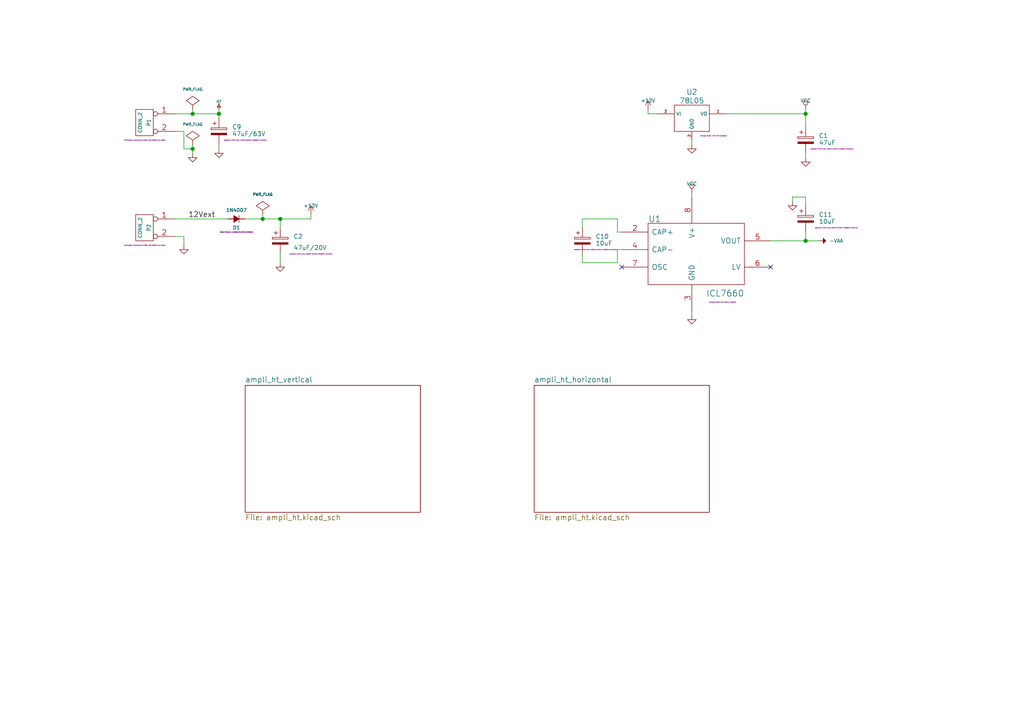
<source format=kicad_sch>
(kicad_sch (version 20220404) (generator eeschema)
  (paper "A4")
  (title_block (title "Complex hierarchy: demo") (date "2017-01-15"))
  (lib_symbols
    (symbol "complex_hierarchy_schlib:+12V" (power) (pin_names (offset 0))
      (property "Value" "+12V" (at 0 3.556 0))
      (symbol "+12V_0_1"
        (polyline (pts (xy -0.762 1.27) (xy 0 2.54)))
        (polyline (pts (xy 0 0) (xy 0 2.54)))
        (polyline (pts (xy 0 2.54) (xy 0.762 1.27)))
      )
      (symbol "+12V_1_1"
        (pin power_in line (at 0 0 90) (length 0) hide (name "+12V") (number "1"))
      )
    )
    (symbol "complex_hierarchy_schlib:-VAA" (power) (pin_names (offset 0))
      (property "Value" "-VAA" (at 0 2.54 0))
      (symbol "-VAA_0_0"
        (pin power_in line (at 0 0 90) (length 0) hide (name "-VAA") (number "1"))
      )
      (symbol "-VAA_0_1"
        (polyline (pts (xy 0 0) (xy 0 1.27) (xy 0 1.27)))
        (polyline (pts (xy 0 2.032) (xy 0.762 1.27) (xy -0.508 1.27) (xy -0.762 1.27) (xy 0 2.032) (xy 0 2.032) (xy 0 2.032)) (fill (type outline)))
      )
    )
    (symbol "complex_hierarchy_schlib:7805"
      (property "Reference" "U" (at 3.81 -4.9784 0))
      (property "Value" "7805" (at 0 5.08 0))
      (symbol "7805_0_1"
        (rectangle (start -5.08 -3.81) (end 5.08 3.81))
      )
      (symbol "7805_1_1"
        (pin power_out line (at 10.16 1.27 180) (length 5.08) (name "VO") (number "1"))
        (pin input line (at 0 -6.35 90) (length 2.54) (name "GND") (number "2"))
        (pin input line (at -10.16 1.27 0) (length 5.08) (name "VI") (number "3"))
      )
    )
    (symbol "complex_hierarchy_schlib:CONN_2" (pin_names (offset 1.016) hide)
      (property "Reference" "P" (at -1.27 0 90))
      (property "Value" "CONN_2" (at 1.27 0 90))
      (symbol "CONN_2_0_1"
        (rectangle (start -2.54 3.81) (end 2.54 -3.81))
      )
      (symbol "CONN_2_1_1"
        (pin passive inverted (at -8.89 2.54 0) (length 6.35) (name "P1") (number "1"))
        (pin passive inverted (at -8.89 -2.54 0) (length 6.35) (name "PM") (number "2"))
      )
    )
    (symbol "complex_hierarchy_schlib:CP" (pin_numbers hide) (pin_names (offset 0.254))
      (property "Reference" "C" (at 0.635 2.54 0))
      (property "Value" "CP" (at 0.635 -2.54 0))
      (symbol "CP_0_1"
        (rectangle (start -2.286 0.508) (end -2.286 1.016))
        (rectangle (start -2.286 0.508) (end 2.286 0.508))
        (rectangle (start -1.778 2.286) (end -0.762 2.286))
        (rectangle (start -1.27 1.778) (end -1.27 2.794))
        (rectangle (start 2.286 -0.508) (end -2.286 -1.016) (fill (type outline)))
        (rectangle (start 2.286 1.016) (end -2.286 1.016))
        (rectangle (start 2.286 1.016) (end 2.286 0.508))
      )
      (symbol "CP_1_1"
        (pin passive line (at 0 3.81 270) (length 2.794) (name "~") (number "1"))
        (pin passive line (at 0 -3.81 90) (length 2.794) (name "~") (number "2"))
      )
    )
    (symbol "complex_hierarchy_schlib:D_Small" (pin_numbers hide) (pin_names (offset 0.254) hide)
      (property "Reference" "D" (at -1.27 2.032 0))
      (property "Value" "D_Small" (at -3.81 -2.032 0))
      (symbol "D_Small_0_1"
        (polyline (pts (xy -0.762 -1.016) (xy -0.762 1.016)))
        (polyline (pts (xy 0.762 -1.016) (xy -0.762 0) (xy 0.762 1.016) (xy 0.762 -1.016)) (fill (type outline)))
      )
      (symbol "D_Small_1_1"
        (pin passive line (at -2.54 0 0) (length 1.778) (name "K") (number "1"))
        (pin passive line (at 2.54 0 180) (length 1.778) (name "A") (number "2"))
      )
    )
    (symbol "complex_hierarchy_schlib:GND" (power) (pin_names (offset 0))
      (property "Value" "GND" (at 0 -3.1242 0))
      (symbol "GND_0_1"
        (polyline (pts (xy 0 0) (xy 0 -1.27) (xy 1.27 -1.27) (xy 0 -2.54) (xy -1.27 -1.27) (xy 0 -1.27)))
      )
      (symbol "GND_1_1"
        (pin power_in line (at 0 0 270) (length 0) hide (name "GND") (number "1"))
      )
    )
    (symbol "complex_hierarchy_schlib:HT" (power) (pin_names (offset 0))
      (property "Value" "HT" (at 0 2.286 0))
      (symbol "HT_0_0"
        (pin power_in line (at 0 0 90) (length 0) hide (name "HT") (number "1"))
      )
      (symbol "HT_0_1"
        (polyline (pts (xy 0 0) (xy 0 1.016) (xy 0 1.016)))
        (polyline (pts (xy 0 1.016) (xy 0.508 0.508) (xy 0 1.778) (xy -0.508 0.508) (xy 0 1.016) (xy 0 1.016)))
      )
    )
    (symbol "complex_hierarchy_schlib:ICL7660" (pin_names (offset 1.016))
      (property "Reference" "U" (at 5.08 10.16 0))
      (property "Value" "ICL7660" (at 1.27 -11.43 0))
      (symbol "ICL7660_0_1"
        (rectangle (start -13.97 -8.89) (end 13.97 8.89))
      )
      (symbol "ICL7660_1_1"
        (pin input line (at -21.59 6.35 0) (length 7.62) (name "CAP+") (number "2"))
        (pin power_in line (at -1.27 -16.51 90) (length 7.62) (name "GND") (number "3"))
        (pin input line (at -21.59 1.27 0) (length 7.62) (name "CAP-") (number "4"))
        (pin power_out line (at 21.59 3.81 180) (length 7.62) (name "VOUT") (number "5"))
        (pin input line (at 21.59 -3.81 180) (length 7.62) (name "LV") (number "6"))
        (pin input line (at -21.59 -3.81 0) (length 7.62) (name "OSC") (number "7"))
        (pin power_in line (at -1.27 16.51 270) (length 7.62) (name "V+") (number "8"))
      )
    )
    (symbol "complex_hierarchy_schlib:PWR_FLAG" (power) (pin_numbers hide) (pin_names (offset 0) hide)
      (property "Value" "PWR_FLAG" (at 0 4.572 0))
      (symbol "PWR_FLAG_0_0"
        (pin power_out line (at 0 0 90) (length 0) (name "pwr") (number "1"))
      )
      (symbol "PWR_FLAG_0_1"
        (polyline (pts (xy 0 0) (xy 0 1.27) (xy -1.905 2.54) (xy 0 3.81) (xy 1.905 2.54) (xy 0 1.27)))
      )
    )
    (symbol "complex_hierarchy_schlib:VCC" (power) (pin_names (offset 0))
      (property "Value" "VCC" (at 0 3.81 0))
      (symbol "VCC_0_1"
        (polyline (pts (xy 0 0) (xy 0 1.27)))
        (circle (center 0 1.905) (radius 0.635))
      )
      (symbol "VCC_1_1"
        (pin power_in line (at 0 0 90) (length 0) hide (name "VCC") (number "1"))
      )
    )
  )
  (junction (at 55.88 33.02) (diameter 1.016))
  (junction (at 81.28 63.5) (diameter 1.016))
  (junction (at 233.68 33.02) (diameter 1.016))
  (junction (at 233.68 69.85) (diameter 1.016))
  (junction (at 55.88 43.18) (diameter 1.016))
  (junction (at 63.5 33.02) (diameter 1.016))
  (junction (at 76.2 63.5) (diameter 1.016))
  (no_connect (at 223.52 77.47))
  (no_connect (at 180.34 77.47))
  (wire (pts (xy 229.87 58.42) (xy 229.87 57.15)))
  (wire (pts (xy 223.52 69.85) (xy 233.68 69.85)))
  (wire (pts (xy 233.68 59.69) (xy 233.68 57.15)))
  (wire (pts (xy 168.91 66.04) (xy 168.91 63.5)))
  (wire (pts (xy 233.68 67.31) (xy 233.68 69.85)))
  (wire (pts (xy 76.2 63.5) (xy 76.2 62.23)))
  (wire (pts (xy 53.34 68.58) (xy 50.8 68.58)))
  (wire (pts (xy 179.07 72.39) (xy 180.34 72.39)))
  (wire (pts (xy 53.34 38.1) (xy 53.34 43.18)))
  (wire (pts (xy 168.91 63.5) (xy 179.07 63.5)))
  (wire (pts (xy 90.17 62.23) (xy 90.17 63.5)))
  (wire (pts (xy 81.28 73.66) (xy 81.28 76.2)))
  (wire (pts (xy 71.12 63.5) (xy 76.2 63.5)))
  (wire (pts (xy 187.96 33.02) (xy 190.5 33.02)))
  (wire (pts (xy 63.5 33.02) (xy 63.5 34.29)))
  (wire (pts (xy 179.07 67.31) (xy 180.34 67.31)))
  (wire (pts (xy 168.91 73.66) (xy 168.91 76.2)))
  (wire (pts (xy 50.8 38.1) (xy 53.34 38.1)))
  (wire (pts (xy 179.07 76.2) (xy 179.07 72.39)))
  (wire (pts (xy 53.34 43.18) (xy 55.88 43.18)))
  (wire (pts (xy 179.07 63.5) (xy 179.07 67.31)))
  (wire (pts (xy 233.68 44.45) (xy 233.68 45.72)))
  (wire (pts (xy 55.88 41.91) (xy 55.88 43.18)))
  (wire (pts (xy 200.66 55.88) (xy 200.66 57.15)))
  (wire (pts (xy 50.8 63.5) (xy 66.04 63.5)))
  (wire (pts (xy 55.88 31.75) (xy 55.88 33.02)))
  (wire (pts (xy 233.68 69.85) (xy 237.49 69.85)))
  (wire (pts (xy 76.2 63.5) (xy 81.28 63.5)))
  (wire (pts (xy 81.28 63.5) (xy 81.28 66.04)))
  (wire (pts (xy 81.28 63.5) (xy 90.17 63.5)))
  (wire (pts (xy 229.87 57.15) (xy 233.68 57.15)))
  (wire (pts (xy 63.5 41.91) (xy 63.5 43.18)))
  (wire (pts (xy 55.88 43.18) (xy 55.88 44.45)))
  (wire (pts (xy 55.88 33.02) (xy 63.5 33.02)))
  (wire (pts (xy 168.91 76.2) (xy 179.07 76.2)))
  (wire (pts (xy 200.66 91.44) (xy 200.66 90.17)))
  (wire (pts (xy 200.66 41.91) (xy 200.66 40.64)))
  (wire (pts (xy 210.82 33.02) (xy 233.68 33.02)))
  (wire (pts (xy 50.8 33.02) (xy 55.88 33.02)))
  (wire (pts (xy 187.96 31.75) (xy 187.96 33.02)))
  (wire (pts (xy 63.5 31.75) (xy 63.5 33.02)))
  (wire (pts (xy 233.68 33.02) (xy 233.68 36.83)))
  (wire (pts (xy 53.34 71.12) (xy 53.34 68.58)))
  (wire (pts (xy 233.68 31.75) (xy 233.68 33.02)))
  (label "12Vext" (at 54.61 63.5 0) (effects (font (size 1.524 1.524))))
  (symbol (lib_id "complex_hierarchy_schlib:CONN_2") (at 41.91 66.04 0) (mirror y) (unit 1)
    (default_instance (reference "U") (unit 1) (value "") (footprint ""))
    (property "Reference" "P2" (at 43.18 66.04 90) (effects (font (size 1.016 1.016))))
    (property "Value" "CONN_2" (at 40.64 66.04 90) (effects (font (size 1.016 1.016))))
    (property "Footprint" "TerminalBlock_Altech:Altech_AK300_1x02_P5.00mm_45-Degree" (at 41.91 71.12 0) (effects (font (size 0.254 0.254))))
  )
  (symbol (lib_id "complex_hierarchy_schlib:GND") (at 53.34 71.12 0) (unit 1)
    (default_instance (reference "U") (unit 1) (value "") (footprint ""))
    (property "Reference" "#PWR018" (effects hide))
    (property "Value" "GND" (effects hide))
  )
  (symbol (lib_id "complex_hierarchy_schlib:D_Small") (at 68.58 63.5 0) (mirror y) (unit 1)
    (default_instance (reference "U") (unit 1) (value "") (footprint ""))
    (property "Reference" "D1" (at 68.58 66.04 0) (effects (font (size 1.016 1.016))))
    (property "Value" "1N4007" (at 68.58 60.96 0) (effects (font (size 1.016 1.016))))
    (property "Footprint" "Diode_THT:D_DO-41_SOD81_P12.70mm_Horizontal" (at 68.58 67.31 0) (effects (font (size 0.254 0.254))))
  )
  (symbol (lib_id "complex_hierarchy_schlib:CP") (at 81.28 69.85 0) (unit 1)
    (default_instance (reference "U") (unit 1) (value "") (footprint ""))
    (property "Reference" "C2" (at 85.09 68.58 0) (effects (justify left)))
    (property "Value" "47uF/20V" (at 85.09 71.12 0) (effects (justify left top)))
    (property "Footprint" "Capacitor_THT:CP_Axial_L10.0mm_D4.5mm_P15.00mm_Horizontal" (at 90.17 73.66 0) (effects (font (size 0.254 0.254))))
  )
  (symbol (lib_id "complex_hierarchy_schlib:GND") (at 81.28 76.2 0) (unit 1)
    (default_instance (reference "U") (unit 1) (value "") (footprint ""))
    (property "Reference" "#PWR017" (effects hide))
    (property "Value" "GND" (effects hide))
  )
  (symbol (lib_id "complex_hierarchy_schlib:+12V") (at 90.17 62.23 0) (unit 1)
    (default_instance (reference "U") (unit 1) (value "") (footprint ""))
    (property "Reference" "#U016" (effects hide))
    (property "Value" "+12V" (at 90.17 59.69 0) (effects (font (size 1.016 1.016))))
  )
  (symbol (lib_id "complex_hierarchy_schlib:PWR_FLAG") (at 55.88 41.91 0) (unit 1)
    (default_instance (reference "U") (unit 1) (value "") (footprint ""))
    (property "Reference" "#U015" (effects hide))
    (property "Value" "PWR_FLAG" (at 55.88 36.068 0) (effects (font (size 0.762 0.762))))
  )
  (symbol (lib_id "complex_hierarchy_schlib:PWR_FLAG") (at 76.2 62.23 0) (unit 1)
    (default_instance (reference "U") (unit 1) (value "") (footprint ""))
    (property "Reference" "#U013" (effects hide))
    (property "Value" "PWR_FLAG" (at 76.2 56.388 0) (effects (font (size 0.762 0.762))))
  )
  (symbol (lib_id "complex_hierarchy_schlib:PWR_FLAG") (at 55.88 31.75 0) (unit 1)
    (default_instance (reference "U") (unit 1) (value "") (footprint ""))
    (property "Reference" "#U012" (effects hide))
    (property "Value" "PWR_FLAG" (at 55.88 25.908 0) (effects (font (size 0.762 0.762))))
  )
  (symbol (lib_id "complex_hierarchy_schlib:GND") (at 200.66 41.91 0) (unit 1)
    (default_instance (reference "U") (unit 1) (value "") (footprint ""))
    (property "Reference" "#PWR010" (effects hide))
    (property "Value" "GND" (effects hide))
  )
  (symbol (lib_id "complex_hierarchy_schlib:GND") (at 233.68 45.72 0) (unit 1)
    (default_instance (reference "U") (unit 1) (value "") (footprint ""))
    (property "Reference" "#PWR09" (effects hide))
    (property "Value" "GND" (effects hide))
  )
  (symbol (lib_id "complex_hierarchy_schlib:CP") (at 233.68 40.64 0) (unit 1)
    (default_instance (reference "U") (unit 1) (value "") (footprint ""))
    (property "Reference" "C1" (at 237.49 39.37 0) (effects (justify left)))
    (property "Value" "47uF" (at 237.49 40.64 0) (effects (justify left top)))
    (property "Footprint" "Capacitor_THT:CP_Axial_L10.0mm_D4.5mm_P15.00mm_Horizontal" (at 241.3 43.18 0) (effects (font (size 0.254 0.254))))
  )
  (symbol (lib_id "complex_hierarchy_schlib:HT") (at 63.5 31.75 0) (unit 1)
    (default_instance (reference "U") (unit 1) (value "") (footprint ""))
    (property "Reference" "#PWR08" (effects hide))
    (property "Value" "HT" (at 63.5 29.464 0) (effects (font (size 0.762 0.762))))
  )
  (symbol (lib_id "complex_hierarchy_schlib:CONN_2") (at 41.91 35.56 0) (mirror y) (unit 1)
    (default_instance (reference "U") (unit 1) (value "") (footprint ""))
    (property "Reference" "P1" (at 43.18 35.56 90) (effects (font (size 1.016 1.016))))
    (property "Value" "CONN_2" (at 40.64 35.56 90) (effects (font (size 1.016 1.016))))
    (property "Footprint" "TerminalBlock_Altech:Altech_AK300_1x02_P5.00mm_45-Degree" (at 41.91 40.64 0) (effects (font (size 0.254 0.254))))
  )
  (symbol (lib_id "complex_hierarchy_schlib:GND") (at 55.88 44.45 0) (unit 1)
    (default_instance (reference "U") (unit 1) (value "") (footprint ""))
    (property "Reference" "#PWR07" (effects hide))
    (property "Value" "GND" (effects hide))
  )
  (symbol (lib_id "complex_hierarchy_schlib:GND") (at 63.5 43.18 0) (unit 1)
    (default_instance (reference "U") (unit 1) (value "") (footprint ""))
    (property "Reference" "#PWR06" (effects hide))
    (property "Value" "GND" (effects hide))
  )
  (symbol (lib_id "complex_hierarchy_schlib:CP") (at 63.5 38.1 0) (unit 1)
    (default_instance (reference "U") (unit 1) (value "") (footprint ""))
    (property "Reference" "C9" (at 67.31 36.83 0) (effects (justify left)))
    (property "Value" "47uF/63V" (at 67.31 38.1 0) (effects (justify left top)))
    (property "Footprint" "Capacitor_THT:CP_Axial_L11.0mm_D6.0mm_P18.00mm_Horizontal" (at 71.12 40.64 0) (effects (font (size 0.254 0.254))))
  )
  (symbol (lib_id "complex_hierarchy_schlib:ICL7660") (at 201.93 73.66 0) (unit 1)
    (default_instance (reference "U") (unit 1) (value "") (footprint ""))
    (property "Reference" "U1" (at 187.96 63.5 0) (effects (font (size 1.778 1.778)) (justify left)))
    (property "Value" "ICL7660" (at 215.9 85.09 0) (effects (font (size 1.778 1.778)) (justify right)))
    (property "Footprint" "Package_DIP:DIP-8_W7.62mm_LongPads" (at 209.55 87.63 0) (effects (font (size 0.254 0.254))))
  )
  (symbol (lib_id "complex_hierarchy_schlib:GND") (at 200.66 91.44 0) (unit 1)
    (default_instance (reference "U") (unit 1) (value "") (footprint ""))
    (property "Reference" "#PWR05" (effects hide))
    (property "Value" "GND" (effects hide))
  )
  (symbol (lib_id "complex_hierarchy_schlib:VCC") (at 233.68 31.75 0) (unit 1)
    (default_instance (reference "U") (unit 1) (value "") (footprint ""))
    (property "Reference" "#PWR04" (effects hide))
    (property "Value" "VCC" (at 233.68 29.21 0) (effects (font (size 1.016 1.016))))
  )
  (symbol (lib_id "complex_hierarchy_schlib:VCC") (at 200.66 55.88 0) (unit 1)
    (default_instance (reference "U") (unit 1) (value "") (footprint ""))
    (property "Reference" "#PWR03" (effects hide))
    (property "Value" "VCC" (at 200.66 53.34 0) (effects (font (size 1.016 1.016))))
  )
  (symbol (lib_id "complex_hierarchy_schlib:7805") (at 200.66 34.29 0) (unit 1)
    (default_instance (reference "U") (unit 1) (value "") (footprint ""))
    (property "Reference" "U2" (at 200.66 26.67 0) (effects (font (size 1.524 1.524))))
    (property "Value" "78L05" (at 200.66 29.21 0) (effects (font (size 1.524 1.524))))
    (property "Footprint" "Package_TO_SOT_THT:TO-92_HandSolder" (at 207.01 39.37 0) (effects (font (size 0.254 0.254))))
  )
  (symbol (lib_id "complex_hierarchy_schlib:-VAA") (at 237.49 69.85 270) (unit 1)
    (default_instance (reference "U") (unit 1) (value "") (footprint ""))
    (property "Reference" "#PWR02" (effects hide))
    (property "Value" "-VAA" (at 242.57 69.85 90) (effects (font (size 1.016 1.016))))
  )
  (symbol (lib_id "complex_hierarchy_schlib:CP") (at 233.68 63.5 0) (unit 1)
    (default_instance (reference "U") (unit 1) (value "") (footprint ""))
    (property "Reference" "C11" (at 237.49 62.23 0) (effects (justify left)))
    (property "Value" "10uF" (at 237.49 63.5 0) (effects (justify left top)))
    (property "Footprint" "Capacitor_THT:CP_Axial_L10.0mm_D4.5mm_P15.00mm_Horizontal" (at 242.57 66.04 0) (effects (font (size 0.254 0.254))))
  )
  (symbol (lib_id "complex_hierarchy_schlib:GND") (at 229.87 58.42 0) (unit 1)
    (default_instance (reference "U") (unit 1) (value "") (footprint ""))
    (property "Reference" "#PWR01" (effects hide))
    (property "Value" "GND" (effects hide))
  )
  (symbol (lib_id "complex_hierarchy_schlib:CP") (at 168.91 69.85 0) (unit 1)
    (default_instance (reference "U") (unit 1) (value "") (footprint ""))
    (property "Reference" "C10" (at 172.72 68.58 0) (effects (justify left)))
    (property "Value" "10uF" (at 172.72 69.85 0) (effects (justify left top)))
    (property "Footprint" "Capacitor_THT:CP_Axial_L10.0mm_D4.5mm_P15.00mm_Horizontal" (at 172.72 72.39 0) (effects (font (size 0.254 0.254))))
  )
  (symbol (lib_id "complex_hierarchy_schlib:+12V") (at 187.96 31.75 0) (unit 1)
    (default_instance (reference "U") (unit 1) (value "") (footprint ""))
    (property "Reference" "#U0101" (effects hide))
    (property "Value" "+12V" (at 187.96 29.21 0) (effects (font (size 1.016 1.016))))
  )
  (sheet (at 71.12 111.76) (size 50.8 36.83)
    (property "Sheetname" "ampli_ht_vertical" (at 71.12 110.9975 0) (effects (font (size 1.524 1.524)) (justify left bottom)))
    (property "Sheetfile" "ampli_ht.kicad_sch" (at 71.12 149.2001 0) (effects (font (size 1.524 1.524)) (justify left top)))
  )
  (sheet (at 154.94 111.76) (size 50.8 36.83)
    (property "Sheetname" "ampli_ht_horizontal" (at 154.94 110.9975 0) (effects (font (size 1.524 1.524)) (justify left bottom)))
    (property "Sheetfile" "ampli_ht.kicad_sch" (at 154.94 149.2001 0) (effects (font (size 1.524 1.524)) (justify left top)))
  )
)
</source>
